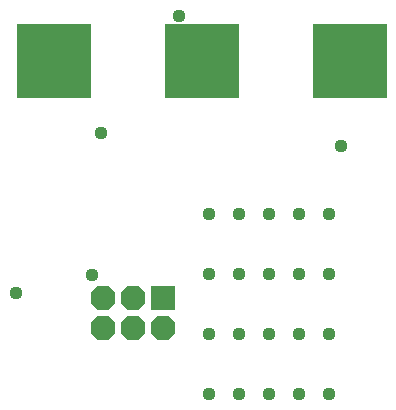
<source format=gbs>
G75*
G70*
%OFA0B0*%
%FSLAX24Y24*%
%IPPOS*%
%LPD*%
%AMOC8*
5,1,8,0,0,1.08239X$1,22.5*
%
%ADD10R,0.0820X0.0820*%
%ADD11OC8,0.0820*%
%ADD12R,0.2470X0.2470*%
%ADD13C,0.0437*%
D10*
X011955Y006455D03*
D11*
X011955Y005455D03*
X010955Y005455D03*
X010955Y006455D03*
X009955Y006455D03*
X009955Y005455D03*
D12*
X008334Y014355D03*
X013255Y014355D03*
X018176Y014355D03*
D13*
X007055Y006605D03*
X009605Y007205D03*
X013505Y007255D03*
X014505Y007255D03*
X015505Y007255D03*
X016505Y007255D03*
X017505Y007255D03*
X017505Y005255D03*
X016505Y005255D03*
X015505Y005255D03*
X014505Y005255D03*
X013505Y005255D03*
X013505Y003255D03*
X014505Y003255D03*
X015505Y003255D03*
X016505Y003255D03*
X017505Y003255D03*
X017505Y009255D03*
X016505Y009255D03*
X015505Y009255D03*
X014505Y009255D03*
X013505Y009255D03*
X009905Y011955D03*
X012480Y015855D03*
X017880Y011505D03*
M02*

</source>
